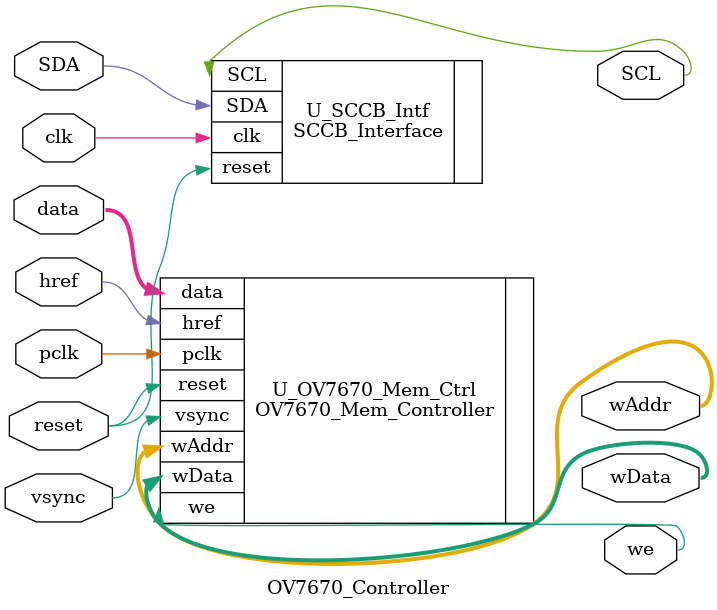
<source format=sv>
`timescale 1ns / 1ps

module OV7670_Controller #(
    parameter IMG_WIDTH  = 160,
    parameter IMG_HEIGHT = 120,
    parameter ADDR_WIDTH = $clog2(IMG_WIDTH * IMG_HEIGHT)
) (
    input  logic                  clk,
    input  logic                  reset,
    output tri                    SCL,
    inout  tri                    SDA,
    input  logic                  pclk,
    input  logic                  href,
    input  logic                  vsync,
    input  logic [           7:0] data,
    output logic                  we,
    output logic [ADDR_WIDTH-1:0] wAddr,
    output logic [          15:0] wData
);

    SCCB_Interface U_SCCB_Intf (
        .clk  (clk),
        .reset(reset),
        .SCL  (SCL),
        .SDA  (SDA)
    );

    OV7670_Mem_Controller #(
        .IMG_WIDTH (IMG_WIDTH),
        .IMG_HEIGHT(IMG_HEIGHT)
    ) U_OV7670_Mem_Ctrl (
        .pclk (pclk),
        .reset(reset),
        .href (href),
        .vsync(vsync),
        .data (data),
        .we   (we),
        .wAddr(wAddr),
        .wData(wData)
    );

endmodule

</source>
